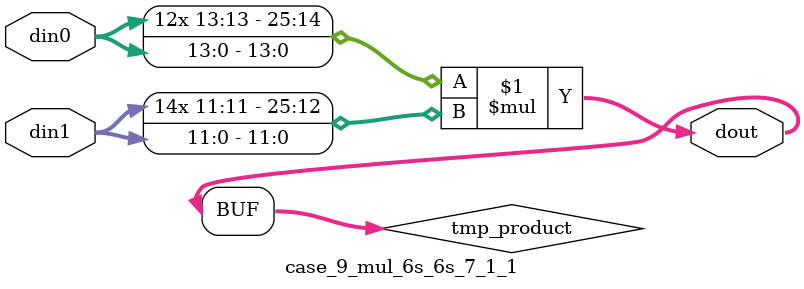
<source format=v>

`timescale 1 ns / 1 ps

 module case_9_mul_6s_6s_7_1_1(din0, din1, dout);
parameter ID = 1;
parameter NUM_STAGE = 0;
parameter din0_WIDTH = 14;
parameter din1_WIDTH = 12;
parameter dout_WIDTH = 26;

input [din0_WIDTH - 1 : 0] din0; 
input [din1_WIDTH - 1 : 0] din1; 
output [dout_WIDTH - 1 : 0] dout;

wire signed [dout_WIDTH - 1 : 0] tmp_product;



























assign tmp_product = $signed(din0) * $signed(din1);








assign dout = tmp_product;





















endmodule

</source>
